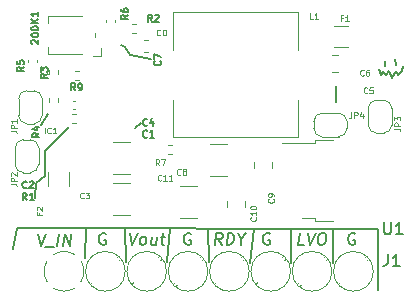
<source format=gbr>
%TF.GenerationSoftware,KiCad,Pcbnew,6.0.11+dfsg-1~bpo11+1*%
%TF.CreationDate,2023-09-12T21:09:00-05:00*%
%TF.ProjectId,Gauntl33tVoltageRegulator,4761756e-746c-4333-9374-566f6c746167,rev?*%
%TF.SameCoordinates,Original*%
%TF.FileFunction,Legend,Top*%
%TF.FilePolarity,Positive*%
%FSLAX46Y46*%
G04 Gerber Fmt 4.6, Leading zero omitted, Abs format (unit mm)*
G04 Created by KiCad (PCBNEW 6.0.11+dfsg-1~bpo11+1) date 2023-09-12 21:09:00*
%MOMM*%
%LPD*%
G01*
G04 APERTURE LIST*
%ADD10C,0.150000*%
%ADD11C,0.125000*%
%ADD12C,0.120000*%
%ADD13C,0.200000*%
G04 APERTURE END LIST*
D10*
X119700000Y-121400000D02*
X119600000Y-122700000D01*
X120400000Y-120800000D02*
X119700000Y-121400000D01*
X120400000Y-118700000D02*
X120400000Y-120800000D01*
X128600000Y-116300000D02*
X128100000Y-116800000D01*
X120400000Y-118700000D02*
X122500000Y-116700000D01*
X120100000Y-116500000D02*
X120700000Y-115600000D01*
X150050000Y-110900000D02*
X150150000Y-111400000D01*
X144800000Y-125300000D02*
X144800000Y-128200000D01*
X148600000Y-125300000D02*
X118100000Y-125200000D01*
X149350000Y-112300000D02*
X149550000Y-111900000D01*
X141300000Y-125300000D02*
X141300000Y-128200000D01*
X123900000Y-125200000D02*
X123800000Y-127800000D01*
X149850000Y-112500000D02*
X150150000Y-111900000D01*
X148750000Y-111800000D02*
X148850000Y-112300000D01*
X127600000Y-110600000D02*
X127200000Y-109900000D01*
X148850000Y-112300000D02*
X149050000Y-112000000D01*
X149550000Y-111900000D02*
X149850000Y-112500000D01*
X138100000Y-125300000D02*
X137800000Y-128200000D01*
X129400000Y-110900000D02*
X127600000Y-110600000D01*
X150650000Y-111900000D02*
X150750000Y-111500000D01*
X118100000Y-125200000D02*
X117700000Y-127000000D01*
X131000000Y-125200000D02*
X130800000Y-128100000D01*
X127200000Y-125200000D02*
X127300000Y-128100000D01*
X149250000Y-111100000D02*
X149250000Y-111500000D01*
X149050000Y-112000000D02*
X149350000Y-112300000D01*
X134200000Y-125200001D02*
X134300000Y-128100000D01*
X148600000Y-125300000D02*
X148600000Y-130500000D01*
X127200000Y-109900000D02*
X126900000Y-109700000D01*
X150150000Y-111900000D02*
X150350000Y-112300000D01*
X150350000Y-112300000D02*
X150650000Y-111900000D01*
X125561904Y-125700000D02*
X125466666Y-125652380D01*
X125323809Y-125652380D01*
X125180952Y-125700000D01*
X125085714Y-125795238D01*
X125038095Y-125890476D01*
X124990476Y-126080952D01*
X124990476Y-126223809D01*
X125038095Y-126414285D01*
X125085714Y-126509523D01*
X125180952Y-126604761D01*
X125323809Y-126652380D01*
X125419047Y-126652380D01*
X125561904Y-126604761D01*
X125609523Y-126557142D01*
X125609523Y-126223809D01*
X125419047Y-126223809D01*
X139461904Y-125700000D02*
X139366666Y-125652380D01*
X139223809Y-125652380D01*
X139080952Y-125700000D01*
X138985714Y-125795238D01*
X138938095Y-125890476D01*
X138890476Y-126080952D01*
X138890476Y-126223809D01*
X138938095Y-126414285D01*
X138985714Y-126509523D01*
X139080952Y-126604761D01*
X139223809Y-126652380D01*
X139319047Y-126652380D01*
X139461904Y-126604761D01*
X139509523Y-126557142D01*
X139509523Y-126223809D01*
X139319047Y-126223809D01*
X135386279Y-126652380D02*
X135112470Y-126176190D01*
X134814851Y-126652380D02*
X134939851Y-125652380D01*
X135320803Y-125652380D01*
X135410089Y-125700000D01*
X135451755Y-125747619D01*
X135487470Y-125842857D01*
X135469613Y-125985714D01*
X135410089Y-126080952D01*
X135356517Y-126128571D01*
X135255327Y-126176190D01*
X134874375Y-126176190D01*
X135814851Y-126652380D02*
X135939851Y-125652380D01*
X136177946Y-125652380D01*
X136314851Y-125700000D01*
X136398184Y-125795238D01*
X136433898Y-125890476D01*
X136457708Y-126080952D01*
X136439851Y-126223809D01*
X136368422Y-126414285D01*
X136308898Y-126509523D01*
X136201755Y-126604761D01*
X136052946Y-126652380D01*
X135814851Y-126652380D01*
X137064851Y-126176190D02*
X137005327Y-126652380D01*
X136796994Y-125652380D02*
X137064851Y-126176190D01*
X137463660Y-125652380D01*
X146661904Y-125700000D02*
X146566666Y-125652380D01*
X146423809Y-125652380D01*
X146280952Y-125700000D01*
X146185714Y-125795238D01*
X146138095Y-125890476D01*
X146090476Y-126080952D01*
X146090476Y-126223809D01*
X146138095Y-126414285D01*
X146185714Y-126509523D01*
X146280952Y-126604761D01*
X146423809Y-126652380D01*
X146519047Y-126652380D01*
X146661904Y-126604761D01*
X146709523Y-126557142D01*
X146709523Y-126223809D01*
X146519047Y-126223809D01*
X127606517Y-125652380D02*
X127814851Y-126652380D01*
X128273184Y-125652380D01*
X128624375Y-126652380D02*
X128535089Y-126604761D01*
X128493422Y-126557142D01*
X128457708Y-126461904D01*
X128493422Y-126176190D01*
X128552946Y-126080952D01*
X128606517Y-126033333D01*
X128707708Y-125985714D01*
X128850565Y-125985714D01*
X128939851Y-126033333D01*
X128981517Y-126080952D01*
X129017232Y-126176190D01*
X128981517Y-126461904D01*
X128921994Y-126557142D01*
X128868422Y-126604761D01*
X128767232Y-126652380D01*
X128624375Y-126652380D01*
X129898184Y-125985714D02*
X129814851Y-126652380D01*
X129469613Y-125985714D02*
X129404136Y-126509523D01*
X129439851Y-126604761D01*
X129529136Y-126652380D01*
X129671994Y-126652380D01*
X129773184Y-126604761D01*
X129826755Y-126557142D01*
X130231517Y-125985714D02*
X130612470Y-125985714D01*
X130416041Y-125652380D02*
X130308898Y-126509523D01*
X130344613Y-126604761D01*
X130433898Y-126652380D01*
X130529136Y-126652380D01*
X132761904Y-125700000D02*
X132666666Y-125652380D01*
X132523809Y-125652380D01*
X132380952Y-125700000D01*
X132285714Y-125795238D01*
X132238095Y-125890476D01*
X132190476Y-126080952D01*
X132190476Y-126223809D01*
X132238095Y-126414285D01*
X132285714Y-126509523D01*
X132380952Y-126604761D01*
X132523809Y-126652380D01*
X132619047Y-126652380D01*
X132761904Y-126604761D01*
X132809523Y-126557142D01*
X132809523Y-126223809D01*
X132619047Y-126223809D01*
X119854136Y-125752380D02*
X120062470Y-126752380D01*
X120520803Y-125752380D01*
X120479136Y-126847619D02*
X121241041Y-126847619D01*
X121491041Y-126752380D02*
X121616041Y-125752380D01*
X121967232Y-126752380D02*
X122092232Y-125752380D01*
X122538660Y-126752380D01*
X122663660Y-125752380D01*
X142362470Y-126647380D02*
X141886279Y-126647380D01*
X142011279Y-125647380D01*
X142677946Y-125647380D02*
X142886279Y-126647380D01*
X143344613Y-125647380D01*
X143868422Y-125647380D02*
X144058898Y-125647380D01*
X144148184Y-125695000D01*
X144231517Y-125790238D01*
X144255327Y-125980714D01*
X144213660Y-126314047D01*
X144142232Y-126504523D01*
X144035089Y-126599761D01*
X143933898Y-126647380D01*
X143743422Y-126647380D01*
X143654136Y-126599761D01*
X143570803Y-126504523D01*
X143546994Y-126314047D01*
X143588660Y-125980714D01*
X143660089Y-125790238D01*
X143767232Y-125695000D01*
X143868422Y-125647380D01*
D11*
%TO.C,JP4*%
X146383333Y-115426190D02*
X146383333Y-115783333D01*
X146359523Y-115854761D01*
X146311904Y-115902380D01*
X146240476Y-115926190D01*
X146192857Y-115926190D01*
X146621428Y-115926190D02*
X146621428Y-115426190D01*
X146811904Y-115426190D01*
X146859523Y-115450000D01*
X146883333Y-115473809D01*
X146907142Y-115521428D01*
X146907142Y-115592857D01*
X146883333Y-115640476D01*
X146859523Y-115664285D01*
X146811904Y-115688095D01*
X146621428Y-115688095D01*
X147335714Y-115592857D02*
X147335714Y-115926190D01*
X147216666Y-115402380D02*
X147097619Y-115759523D01*
X147407142Y-115759523D01*
%TO.C,JP3*%
X150026190Y-116816666D02*
X150383333Y-116816666D01*
X150454761Y-116840476D01*
X150502380Y-116888095D01*
X150526190Y-116959523D01*
X150526190Y-117007142D01*
X150526190Y-116578571D02*
X150026190Y-116578571D01*
X150026190Y-116388095D01*
X150050000Y-116340476D01*
X150073809Y-116316666D01*
X150121428Y-116292857D01*
X150192857Y-116292857D01*
X150240476Y-116316666D01*
X150264285Y-116340476D01*
X150288095Y-116388095D01*
X150288095Y-116578571D01*
X150026190Y-116126190D02*
X150026190Y-115816666D01*
X150216666Y-115983333D01*
X150216666Y-115911904D01*
X150240476Y-115864285D01*
X150264285Y-115840476D01*
X150311904Y-115816666D01*
X150430952Y-115816666D01*
X150478571Y-115840476D01*
X150502380Y-115864285D01*
X150526190Y-115911904D01*
X150526190Y-116054761D01*
X150502380Y-116102380D01*
X150478571Y-116126190D01*
%TO.C,JP2*%
X117526190Y-121516666D02*
X117883333Y-121516666D01*
X117954761Y-121540476D01*
X118002380Y-121588095D01*
X118026190Y-121659523D01*
X118026190Y-121707142D01*
X118026190Y-121278571D02*
X117526190Y-121278571D01*
X117526190Y-121088095D01*
X117550000Y-121040476D01*
X117573809Y-121016666D01*
X117621428Y-120992857D01*
X117692857Y-120992857D01*
X117740476Y-121016666D01*
X117764285Y-121040476D01*
X117788095Y-121088095D01*
X117788095Y-121278571D01*
X117573809Y-120802380D02*
X117550000Y-120778571D01*
X117526190Y-120730952D01*
X117526190Y-120611904D01*
X117550000Y-120564285D01*
X117573809Y-120540476D01*
X117621428Y-120516666D01*
X117669047Y-120516666D01*
X117740476Y-120540476D01*
X118026190Y-120826190D01*
X118026190Y-120516666D01*
%TO.C,JP1*%
X117526190Y-117016666D02*
X117883333Y-117016666D01*
X117954761Y-117040476D01*
X118002380Y-117088095D01*
X118026190Y-117159523D01*
X118026190Y-117207142D01*
X118026190Y-116778571D02*
X117526190Y-116778571D01*
X117526190Y-116588095D01*
X117550000Y-116540476D01*
X117573809Y-116516666D01*
X117621428Y-116492857D01*
X117692857Y-116492857D01*
X117740476Y-116516666D01*
X117764285Y-116540476D01*
X117788095Y-116588095D01*
X117788095Y-116778571D01*
X118026190Y-116016666D02*
X118026190Y-116302380D01*
X118026190Y-116159523D02*
X117526190Y-116159523D01*
X117597619Y-116207142D01*
X117645238Y-116254761D01*
X117669047Y-116302380D01*
%TO.C,L1*%
X143116666Y-107526190D02*
X142878571Y-107526190D01*
X142878571Y-107026190D01*
X143545238Y-107526190D02*
X143259523Y-107526190D01*
X143402380Y-107526190D02*
X143402380Y-107026190D01*
X143354761Y-107097619D01*
X143307142Y-107145238D01*
X143259523Y-107169047D01*
D10*
%TO.C,C1*%
X129100000Y-117514285D02*
X129071428Y-117542857D01*
X128985714Y-117571428D01*
X128928571Y-117571428D01*
X128842857Y-117542857D01*
X128785714Y-117485714D01*
X128757142Y-117428571D01*
X128728571Y-117314285D01*
X128728571Y-117228571D01*
X128757142Y-117114285D01*
X128785714Y-117057142D01*
X128842857Y-117000000D01*
X128928571Y-116971428D01*
X128985714Y-116971428D01*
X129071428Y-117000000D01*
X129100000Y-117028571D01*
X129671428Y-117571428D02*
X129328571Y-117571428D01*
X129500000Y-117571428D02*
X129500000Y-116971428D01*
X129442857Y-117057142D01*
X129385714Y-117114285D01*
X129328571Y-117142857D01*
D11*
%TO.C,C11*%
X130278571Y-121178571D02*
X130254761Y-121202380D01*
X130183333Y-121226190D01*
X130135714Y-121226190D01*
X130064285Y-121202380D01*
X130016666Y-121154761D01*
X129992857Y-121107142D01*
X129969047Y-121011904D01*
X129969047Y-120940476D01*
X129992857Y-120845238D01*
X130016666Y-120797619D01*
X130064285Y-120750000D01*
X130135714Y-120726190D01*
X130183333Y-120726190D01*
X130254761Y-120750000D01*
X130278571Y-120773809D01*
X130754761Y-121226190D02*
X130469047Y-121226190D01*
X130611904Y-121226190D02*
X130611904Y-120726190D01*
X130564285Y-120797619D01*
X130516666Y-120845238D01*
X130469047Y-120869047D01*
X131230952Y-121226190D02*
X130945238Y-121226190D01*
X131088095Y-121226190D02*
X131088095Y-120726190D01*
X131040476Y-120797619D01*
X130992857Y-120845238D01*
X130945238Y-120869047D01*
%TO.C,R7*%
X130116666Y-119926190D02*
X129950000Y-119688095D01*
X129830952Y-119926190D02*
X129830952Y-119426190D01*
X130021428Y-119426190D01*
X130069047Y-119450000D01*
X130092857Y-119473809D01*
X130116666Y-119521428D01*
X130116666Y-119592857D01*
X130092857Y-119640476D01*
X130069047Y-119664285D01*
X130021428Y-119688095D01*
X129830952Y-119688095D01*
X130283333Y-119426190D02*
X130616666Y-119426190D01*
X130402380Y-119926190D01*
%TO.C,F2*%
X119964285Y-123966666D02*
X119964285Y-124133333D01*
X120226190Y-124133333D02*
X119726190Y-124133333D01*
X119726190Y-123895238D01*
X119773809Y-123728571D02*
X119750000Y-123704761D01*
X119726190Y-123657142D01*
X119726190Y-123538095D01*
X119750000Y-123490476D01*
X119773809Y-123466666D01*
X119821428Y-123442857D01*
X119869047Y-123442857D01*
X119940476Y-123466666D01*
X120226190Y-123752380D01*
X120226190Y-123442857D01*
%TO.C,IC1*%
X120411904Y-117226190D02*
X120411904Y-116726190D01*
X120935714Y-117178571D02*
X120911904Y-117202380D01*
X120840476Y-117226190D01*
X120792857Y-117226190D01*
X120721428Y-117202380D01*
X120673809Y-117154761D01*
X120650000Y-117107142D01*
X120626190Y-117011904D01*
X120626190Y-116940476D01*
X120650000Y-116845238D01*
X120673809Y-116797619D01*
X120721428Y-116750000D01*
X120792857Y-116726190D01*
X120840476Y-116726190D01*
X120911904Y-116750000D01*
X120935714Y-116773809D01*
X121411904Y-117226190D02*
X121126190Y-117226190D01*
X121269047Y-117226190D02*
X121269047Y-116726190D01*
X121221428Y-116797619D01*
X121173809Y-116845238D01*
X121126190Y-116869047D01*
%TO.C,C0*%
X130216666Y-108878571D02*
X130192857Y-108902380D01*
X130121428Y-108926190D01*
X130073809Y-108926190D01*
X130002380Y-108902380D01*
X129954761Y-108854761D01*
X129930952Y-108807142D01*
X129907142Y-108711904D01*
X129907142Y-108640476D01*
X129930952Y-108545238D01*
X129954761Y-108497619D01*
X130002380Y-108450000D01*
X130073809Y-108426190D01*
X130121428Y-108426190D01*
X130192857Y-108450000D01*
X130216666Y-108473809D01*
X130526190Y-108426190D02*
X130573809Y-108426190D01*
X130621428Y-108450000D01*
X130645238Y-108473809D01*
X130669047Y-108521428D01*
X130692857Y-108616666D01*
X130692857Y-108735714D01*
X130669047Y-108830952D01*
X130645238Y-108878571D01*
X130621428Y-108902380D01*
X130573809Y-108926190D01*
X130526190Y-108926190D01*
X130478571Y-108902380D01*
X130454761Y-108878571D01*
X130430952Y-108830952D01*
X130407142Y-108735714D01*
X130407142Y-108616666D01*
X130430952Y-108521428D01*
X130454761Y-108473809D01*
X130478571Y-108450000D01*
X130526190Y-108426190D01*
D10*
%TO.C,R3*%
X120671428Y-112200000D02*
X120385714Y-112400000D01*
X120671428Y-112542857D02*
X120071428Y-112542857D01*
X120071428Y-112314285D01*
X120100000Y-112257142D01*
X120128571Y-112228571D01*
X120185714Y-112200000D01*
X120271428Y-112200000D01*
X120328571Y-112228571D01*
X120357142Y-112257142D01*
X120385714Y-112314285D01*
X120385714Y-112542857D01*
X120071428Y-112000000D02*
X120071428Y-111628571D01*
X120300000Y-111828571D01*
X120300000Y-111742857D01*
X120328571Y-111685714D01*
X120357142Y-111657142D01*
X120414285Y-111628571D01*
X120557142Y-111628571D01*
X120614285Y-111657142D01*
X120642857Y-111685714D01*
X120671428Y-111742857D01*
X120671428Y-111914285D01*
X120642857Y-111971428D01*
X120614285Y-112000000D01*
%TO.C,R1*%
X118900000Y-122871428D02*
X118700000Y-122585714D01*
X118557142Y-122871428D02*
X118557142Y-122271428D01*
X118785714Y-122271428D01*
X118842857Y-122300000D01*
X118871428Y-122328571D01*
X118900000Y-122385714D01*
X118900000Y-122471428D01*
X118871428Y-122528571D01*
X118842857Y-122557142D01*
X118785714Y-122585714D01*
X118557142Y-122585714D01*
X119471428Y-122871428D02*
X119128571Y-122871428D01*
X119300000Y-122871428D02*
X119300000Y-122271428D01*
X119242857Y-122357142D01*
X119185714Y-122414285D01*
X119128571Y-122442857D01*
%TO.C,U1*%
X149138095Y-124752380D02*
X149138095Y-125561904D01*
X149185714Y-125657142D01*
X149233333Y-125704761D01*
X149328571Y-125752380D01*
X149519047Y-125752380D01*
X149614285Y-125704761D01*
X149661904Y-125657142D01*
X149709523Y-125561904D01*
X149709523Y-124752380D01*
X150709523Y-125752380D02*
X150138095Y-125752380D01*
X150423809Y-125752380D02*
X150423809Y-124752380D01*
X150328571Y-124895238D01*
X150233333Y-124990476D01*
X150138095Y-125038095D01*
%TO.C,J1*%
X149466666Y-127452380D02*
X149466666Y-128166666D01*
X149419047Y-128309523D01*
X149323809Y-128404761D01*
X149180952Y-128452380D01*
X149085714Y-128452380D01*
X150466666Y-128452380D02*
X149895238Y-128452380D01*
X150180952Y-128452380D02*
X150180952Y-127452380D01*
X150085714Y-127595238D01*
X149990476Y-127690476D01*
X149895238Y-127738095D01*
D11*
%TO.C,C3*%
X123716666Y-122678571D02*
X123692857Y-122702380D01*
X123621428Y-122726190D01*
X123573809Y-122726190D01*
X123502380Y-122702380D01*
X123454761Y-122654761D01*
X123430952Y-122607142D01*
X123407142Y-122511904D01*
X123407142Y-122440476D01*
X123430952Y-122345238D01*
X123454761Y-122297619D01*
X123502380Y-122250000D01*
X123573809Y-122226190D01*
X123621428Y-122226190D01*
X123692857Y-122250000D01*
X123716666Y-122273809D01*
X123883333Y-122226190D02*
X124192857Y-122226190D01*
X124026190Y-122416666D01*
X124097619Y-122416666D01*
X124145238Y-122440476D01*
X124169047Y-122464285D01*
X124192857Y-122511904D01*
X124192857Y-122630952D01*
X124169047Y-122678571D01*
X124145238Y-122702380D01*
X124097619Y-122726190D01*
X123954761Y-122726190D01*
X123907142Y-122702380D01*
X123883333Y-122678571D01*
D10*
%TO.C,200K1*%
X119328571Y-109628571D02*
X119300000Y-109600000D01*
X119271428Y-109542857D01*
X119271428Y-109400000D01*
X119300000Y-109342857D01*
X119328571Y-109314285D01*
X119385714Y-109285714D01*
X119442857Y-109285714D01*
X119528571Y-109314285D01*
X119871428Y-109657142D01*
X119871428Y-109285714D01*
X119271428Y-108914285D02*
X119271428Y-108857142D01*
X119300000Y-108800000D01*
X119328571Y-108771428D01*
X119385714Y-108742857D01*
X119500000Y-108714285D01*
X119642857Y-108714285D01*
X119757142Y-108742857D01*
X119814285Y-108771428D01*
X119842857Y-108800000D01*
X119871428Y-108857142D01*
X119871428Y-108914285D01*
X119842857Y-108971428D01*
X119814285Y-109000000D01*
X119757142Y-109028571D01*
X119642857Y-109057142D01*
X119500000Y-109057142D01*
X119385714Y-109028571D01*
X119328571Y-109000000D01*
X119300000Y-108971428D01*
X119271428Y-108914285D01*
X119271428Y-108342857D02*
X119271428Y-108285714D01*
X119300000Y-108228571D01*
X119328571Y-108200000D01*
X119385714Y-108171428D01*
X119500000Y-108142857D01*
X119642857Y-108142857D01*
X119757142Y-108171428D01*
X119814285Y-108200000D01*
X119842857Y-108228571D01*
X119871428Y-108285714D01*
X119871428Y-108342857D01*
X119842857Y-108400000D01*
X119814285Y-108428571D01*
X119757142Y-108457142D01*
X119642857Y-108485714D01*
X119500000Y-108485714D01*
X119385714Y-108457142D01*
X119328571Y-108428571D01*
X119300000Y-108400000D01*
X119271428Y-108342857D01*
X119871428Y-107885714D02*
X119271428Y-107885714D01*
X119871428Y-107542857D02*
X119528571Y-107800000D01*
X119271428Y-107542857D02*
X119614285Y-107885714D01*
X119871428Y-106971428D02*
X119871428Y-107314285D01*
X119871428Y-107142857D02*
X119271428Y-107142857D01*
X119357142Y-107200000D01*
X119414285Y-107257142D01*
X119442857Y-107314285D01*
D11*
%TO.C,C8*%
X131916666Y-120678571D02*
X131892857Y-120702380D01*
X131821428Y-120726190D01*
X131773809Y-120726190D01*
X131702380Y-120702380D01*
X131654761Y-120654761D01*
X131630952Y-120607142D01*
X131607142Y-120511904D01*
X131607142Y-120440476D01*
X131630952Y-120345238D01*
X131654761Y-120297619D01*
X131702380Y-120250000D01*
X131773809Y-120226190D01*
X131821428Y-120226190D01*
X131892857Y-120250000D01*
X131916666Y-120273809D01*
X132202380Y-120440476D02*
X132154761Y-120416666D01*
X132130952Y-120392857D01*
X132107142Y-120345238D01*
X132107142Y-120321428D01*
X132130952Y-120273809D01*
X132154761Y-120250000D01*
X132202380Y-120226190D01*
X132297619Y-120226190D01*
X132345238Y-120250000D01*
X132369047Y-120273809D01*
X132392857Y-120321428D01*
X132392857Y-120345238D01*
X132369047Y-120392857D01*
X132345238Y-120416666D01*
X132297619Y-120440476D01*
X132202380Y-120440476D01*
X132154761Y-120464285D01*
X132130952Y-120488095D01*
X132107142Y-120535714D01*
X132107142Y-120630952D01*
X132130952Y-120678571D01*
X132154761Y-120702380D01*
X132202380Y-120726190D01*
X132297619Y-120726190D01*
X132345238Y-120702380D01*
X132369047Y-120678571D01*
X132392857Y-120630952D01*
X132392857Y-120535714D01*
X132369047Y-120488095D01*
X132345238Y-120464285D01*
X132297619Y-120440476D01*
D10*
%TO.C,R2*%
X129500000Y-107771428D02*
X129300000Y-107485714D01*
X129157142Y-107771428D02*
X129157142Y-107171428D01*
X129385714Y-107171428D01*
X129442857Y-107200000D01*
X129471428Y-107228571D01*
X129500000Y-107285714D01*
X129500000Y-107371428D01*
X129471428Y-107428571D01*
X129442857Y-107457142D01*
X129385714Y-107485714D01*
X129157142Y-107485714D01*
X129728571Y-107228571D02*
X129757142Y-107200000D01*
X129814285Y-107171428D01*
X129957142Y-107171428D01*
X130014285Y-107200000D01*
X130042857Y-107228571D01*
X130071428Y-107285714D01*
X130071428Y-107342857D01*
X130042857Y-107428571D01*
X129700000Y-107771428D01*
X130071428Y-107771428D01*
%TO.C,R4*%
X119971428Y-117200000D02*
X119685714Y-117400000D01*
X119971428Y-117542857D02*
X119371428Y-117542857D01*
X119371428Y-117314285D01*
X119400000Y-117257142D01*
X119428571Y-117228571D01*
X119485714Y-117200000D01*
X119571428Y-117200000D01*
X119628571Y-117228571D01*
X119657142Y-117257142D01*
X119685714Y-117314285D01*
X119685714Y-117542857D01*
X119571428Y-116685714D02*
X119971428Y-116685714D01*
X119342857Y-116828571D02*
X119771428Y-116971428D01*
X119771428Y-116600000D01*
%TO.C,C2*%
X118900000Y-121814285D02*
X118871428Y-121842857D01*
X118785714Y-121871428D01*
X118728571Y-121871428D01*
X118642857Y-121842857D01*
X118585714Y-121785714D01*
X118557142Y-121728571D01*
X118528571Y-121614285D01*
X118528571Y-121528571D01*
X118557142Y-121414285D01*
X118585714Y-121357142D01*
X118642857Y-121300000D01*
X118728571Y-121271428D01*
X118785714Y-121271428D01*
X118871428Y-121300000D01*
X118900000Y-121328571D01*
X119128571Y-121328571D02*
X119157142Y-121300000D01*
X119214285Y-121271428D01*
X119357142Y-121271428D01*
X119414285Y-121300000D01*
X119442857Y-121328571D01*
X119471428Y-121385714D01*
X119471428Y-121442857D01*
X119442857Y-121528571D01*
X119100000Y-121871428D01*
X119471428Y-121871428D01*
%TO.C,C4*%
X129100000Y-116514285D02*
X129071428Y-116542857D01*
X128985714Y-116571428D01*
X128928571Y-116571428D01*
X128842857Y-116542857D01*
X128785714Y-116485714D01*
X128757142Y-116428571D01*
X128728571Y-116314285D01*
X128728571Y-116228571D01*
X128757142Y-116114285D01*
X128785714Y-116057142D01*
X128842857Y-116000000D01*
X128928571Y-115971428D01*
X128985714Y-115971428D01*
X129071428Y-116000000D01*
X129100000Y-116028571D01*
X129614285Y-116171428D02*
X129614285Y-116571428D01*
X129471428Y-115942857D02*
X129328571Y-116371428D01*
X129700000Y-116371428D01*
D11*
%TO.C,C6*%
X147416666Y-112278571D02*
X147392857Y-112302380D01*
X147321428Y-112326190D01*
X147273809Y-112326190D01*
X147202380Y-112302380D01*
X147154761Y-112254761D01*
X147130952Y-112207142D01*
X147107142Y-112111904D01*
X147107142Y-112040476D01*
X147130952Y-111945238D01*
X147154761Y-111897619D01*
X147202380Y-111850000D01*
X147273809Y-111826190D01*
X147321428Y-111826190D01*
X147392857Y-111850000D01*
X147416666Y-111873809D01*
X147845238Y-111826190D02*
X147750000Y-111826190D01*
X147702380Y-111850000D01*
X147678571Y-111873809D01*
X147630952Y-111945238D01*
X147607142Y-112040476D01*
X147607142Y-112230952D01*
X147630952Y-112278571D01*
X147654761Y-112302380D01*
X147702380Y-112326190D01*
X147797619Y-112326190D01*
X147845238Y-112302380D01*
X147869047Y-112278571D01*
X147892857Y-112230952D01*
X147892857Y-112111904D01*
X147869047Y-112064285D01*
X147845238Y-112040476D01*
X147797619Y-112016666D01*
X147702380Y-112016666D01*
X147654761Y-112040476D01*
X147630952Y-112064285D01*
X147607142Y-112111904D01*
%TO.C,C9*%
X139778571Y-122783333D02*
X139802380Y-122807142D01*
X139826190Y-122878571D01*
X139826190Y-122926190D01*
X139802380Y-122997619D01*
X139754761Y-123045238D01*
X139707142Y-123069047D01*
X139611904Y-123092857D01*
X139540476Y-123092857D01*
X139445238Y-123069047D01*
X139397619Y-123045238D01*
X139350000Y-122997619D01*
X139326190Y-122926190D01*
X139326190Y-122878571D01*
X139350000Y-122807142D01*
X139373809Y-122783333D01*
X139826190Y-122545238D02*
X139826190Y-122450000D01*
X139802380Y-122402380D01*
X139778571Y-122378571D01*
X139707142Y-122330952D01*
X139611904Y-122307142D01*
X139421428Y-122307142D01*
X139373809Y-122330952D01*
X139350000Y-122354761D01*
X139326190Y-122402380D01*
X139326190Y-122497619D01*
X139350000Y-122545238D01*
X139373809Y-122569047D01*
X139421428Y-122592857D01*
X139540476Y-122592857D01*
X139588095Y-122569047D01*
X139611904Y-122545238D01*
X139635714Y-122497619D01*
X139635714Y-122402380D01*
X139611904Y-122354761D01*
X139588095Y-122330952D01*
X139540476Y-122307142D01*
%TO.C,F1*%
X145633333Y-107464285D02*
X145466666Y-107464285D01*
X145466666Y-107726190D02*
X145466666Y-107226190D01*
X145704761Y-107226190D01*
X146157142Y-107726190D02*
X145871428Y-107726190D01*
X146014285Y-107726190D02*
X146014285Y-107226190D01*
X145966666Y-107297619D01*
X145919047Y-107345238D01*
X145871428Y-107369047D01*
D10*
%TO.C,R9*%
X123000000Y-113571428D02*
X122800000Y-113285714D01*
X122657142Y-113571428D02*
X122657142Y-112971428D01*
X122885714Y-112971428D01*
X122942857Y-113000000D01*
X122971428Y-113028571D01*
X123000000Y-113085714D01*
X123000000Y-113171428D01*
X122971428Y-113228571D01*
X122942857Y-113257142D01*
X122885714Y-113285714D01*
X122657142Y-113285714D01*
X123285714Y-113571428D02*
X123400000Y-113571428D01*
X123457142Y-113542857D01*
X123485714Y-113514285D01*
X123542857Y-113428571D01*
X123571428Y-113314285D01*
X123571428Y-113085714D01*
X123542857Y-113028571D01*
X123514285Y-113000000D01*
X123457142Y-112971428D01*
X123342857Y-112971428D01*
X123285714Y-113000000D01*
X123257142Y-113028571D01*
X123228571Y-113085714D01*
X123228571Y-113228571D01*
X123257142Y-113285714D01*
X123285714Y-113314285D01*
X123342857Y-113342857D01*
X123457142Y-113342857D01*
X123514285Y-113314285D01*
X123542857Y-113285714D01*
X123571428Y-113228571D01*
D11*
%TO.C,C5*%
X147716666Y-113778571D02*
X147692857Y-113802380D01*
X147621428Y-113826190D01*
X147573809Y-113826190D01*
X147502380Y-113802380D01*
X147454761Y-113754761D01*
X147430952Y-113707142D01*
X147407142Y-113611904D01*
X147407142Y-113540476D01*
X147430952Y-113445238D01*
X147454761Y-113397619D01*
X147502380Y-113350000D01*
X147573809Y-113326190D01*
X147621428Y-113326190D01*
X147692857Y-113350000D01*
X147716666Y-113373809D01*
X148169047Y-113326190D02*
X147930952Y-113326190D01*
X147907142Y-113564285D01*
X147930952Y-113540476D01*
X147978571Y-113516666D01*
X148097619Y-113516666D01*
X148145238Y-113540476D01*
X148169047Y-113564285D01*
X148192857Y-113611904D01*
X148192857Y-113730952D01*
X148169047Y-113778571D01*
X148145238Y-113802380D01*
X148097619Y-113826190D01*
X147978571Y-113826190D01*
X147930952Y-113802380D01*
X147907142Y-113778571D01*
D10*
%TO.C,C7*%
X130214285Y-111100000D02*
X130242857Y-111128571D01*
X130271428Y-111214285D01*
X130271428Y-111271428D01*
X130242857Y-111357142D01*
X130185714Y-111414285D01*
X130128571Y-111442857D01*
X130014285Y-111471428D01*
X129928571Y-111471428D01*
X129814285Y-111442857D01*
X129757142Y-111414285D01*
X129700000Y-111357142D01*
X129671428Y-111271428D01*
X129671428Y-111214285D01*
X129700000Y-111128571D01*
X129728571Y-111100000D01*
X129671428Y-110900000D02*
X129671428Y-110500000D01*
X130271428Y-110757142D01*
%TO.C,R5*%
X118671428Y-111600000D02*
X118385714Y-111800000D01*
X118671428Y-111942857D02*
X118071428Y-111942857D01*
X118071428Y-111714285D01*
X118100000Y-111657142D01*
X118128571Y-111628571D01*
X118185714Y-111600000D01*
X118271428Y-111600000D01*
X118328571Y-111628571D01*
X118357142Y-111657142D01*
X118385714Y-111714285D01*
X118385714Y-111942857D01*
X118071428Y-111057142D02*
X118071428Y-111342857D01*
X118357142Y-111371428D01*
X118328571Y-111342857D01*
X118300000Y-111285714D01*
X118300000Y-111142857D01*
X118328571Y-111085714D01*
X118357142Y-111057142D01*
X118414285Y-111028571D01*
X118557142Y-111028571D01*
X118614285Y-111057142D01*
X118642857Y-111085714D01*
X118671428Y-111142857D01*
X118671428Y-111285714D01*
X118642857Y-111342857D01*
X118614285Y-111371428D01*
%TO.C,R6*%
X127471428Y-107200000D02*
X127185714Y-107400000D01*
X127471428Y-107542857D02*
X126871428Y-107542857D01*
X126871428Y-107314285D01*
X126900000Y-107257142D01*
X126928571Y-107228571D01*
X126985714Y-107200000D01*
X127071428Y-107200000D01*
X127128571Y-107228571D01*
X127157142Y-107257142D01*
X127185714Y-107314285D01*
X127185714Y-107542857D01*
X126871428Y-106685714D02*
X126871428Y-106800000D01*
X126900000Y-106857142D01*
X126928571Y-106885714D01*
X127014285Y-106942857D01*
X127128571Y-106971428D01*
X127357142Y-106971428D01*
X127414285Y-106942857D01*
X127442857Y-106914285D01*
X127471428Y-106857142D01*
X127471428Y-106742857D01*
X127442857Y-106685714D01*
X127414285Y-106657142D01*
X127357142Y-106628571D01*
X127214285Y-106628571D01*
X127157142Y-106657142D01*
X127128571Y-106685714D01*
X127100000Y-106742857D01*
X127100000Y-106857142D01*
X127128571Y-106914285D01*
X127157142Y-106942857D01*
X127214285Y-106971428D01*
D11*
%TO.C,C10*%
X138278571Y-124321428D02*
X138302380Y-124345238D01*
X138326190Y-124416666D01*
X138326190Y-124464285D01*
X138302380Y-124535714D01*
X138254761Y-124583333D01*
X138207142Y-124607142D01*
X138111904Y-124630952D01*
X138040476Y-124630952D01*
X137945238Y-124607142D01*
X137897619Y-124583333D01*
X137850000Y-124535714D01*
X137826190Y-124464285D01*
X137826190Y-124416666D01*
X137850000Y-124345238D01*
X137873809Y-124321428D01*
X138326190Y-123845238D02*
X138326190Y-124130952D01*
X138326190Y-123988095D02*
X137826190Y-123988095D01*
X137897619Y-124035714D01*
X137945238Y-124083333D01*
X137969047Y-124130952D01*
X137826190Y-123535714D02*
X137826190Y-123488095D01*
X137850000Y-123440476D01*
X137873809Y-123416666D01*
X137921428Y-123392857D01*
X138016666Y-123369047D01*
X138135714Y-123369047D01*
X138230952Y-123392857D01*
X138278571Y-123416666D01*
X138302380Y-123440476D01*
X138326190Y-123488095D01*
X138326190Y-123535714D01*
X138302380Y-123583333D01*
X138278571Y-123607142D01*
X138230952Y-123630952D01*
X138135714Y-123654761D01*
X138016666Y-123654761D01*
X137921428Y-123630952D01*
X137873809Y-123607142D01*
X137850000Y-123583333D01*
X137826190Y-123535714D01*
D12*
%TO.C,JP4*%
X143900000Y-115500000D02*
X145300000Y-115500000D01*
X145300000Y-117500000D02*
X143900000Y-117500000D01*
X146000000Y-116200000D02*
X146000000Y-116800000D01*
X143200000Y-116800000D02*
X143200000Y-116200000D01*
X146000000Y-116200000D02*
G75*
G03*
X145300000Y-115500000I-700000J0D01*
G01*
X143900000Y-115500000D02*
G75*
G03*
X143200000Y-116200000I-1J-699999D01*
G01*
X143200000Y-116800000D02*
G75*
G03*
X143900000Y-117500000I699999J-1D01*
G01*
X145300000Y-117500000D02*
G75*
G03*
X146000000Y-116800000I0J700000D01*
G01*
%TO.C,JP3*%
X149800000Y-115100000D02*
X149800000Y-116500000D01*
X147800000Y-116500000D02*
X147800000Y-115100000D01*
X149100000Y-117200000D02*
X148500000Y-117200000D01*
X148500000Y-114400000D02*
X149100000Y-114400000D01*
X149100000Y-117200000D02*
G75*
G03*
X149800000Y-116500000I0J700000D01*
G01*
X149800000Y-115100000D02*
G75*
G03*
X149100000Y-114400000I-699999J1D01*
G01*
X148500000Y-114400000D02*
G75*
G03*
X147800000Y-115100000I-1J-699999D01*
G01*
X147800000Y-116500000D02*
G75*
G03*
X148500000Y-117200000I700000J0D01*
G01*
%TO.C,JP2*%
X119900000Y-118450000D02*
X119900000Y-119850000D01*
X117900000Y-119850000D02*
X117900000Y-118450000D01*
X119200000Y-120550000D02*
X118600000Y-120550000D01*
X118600000Y-117750000D02*
X119200000Y-117750000D01*
X119200000Y-120550000D02*
G75*
G03*
X119900000Y-119850000I0J700000D01*
G01*
X119900000Y-118450000D02*
G75*
G03*
X119200000Y-117750000I-699999J1D01*
G01*
X118600000Y-117750000D02*
G75*
G03*
X117900000Y-118450000I-1J-699999D01*
G01*
X117900000Y-119850000D02*
G75*
G03*
X118600000Y-120550000I700000J0D01*
G01*
%TO.C,JP1*%
X118200000Y-115700000D02*
X118200000Y-114300000D01*
X120200000Y-114300000D02*
X120200000Y-115700000D01*
X118900000Y-113600000D02*
X119500000Y-113600000D01*
X119500000Y-116400000D02*
X118900000Y-116400000D01*
X118900000Y-113600000D02*
G75*
G03*
X118200000Y-114300000I0J-700000D01*
G01*
X118200000Y-115700000D02*
G75*
G03*
X118900000Y-116400000I699999J-1D01*
G01*
X119500000Y-116400000D02*
G75*
G03*
X120200000Y-115700000I1J699999D01*
G01*
X120200000Y-114300000D02*
G75*
G03*
X119500000Y-113600000I-700000J0D01*
G01*
%TO.C,L1*%
X131300000Y-110160000D02*
X131300000Y-106960000D01*
X141900000Y-114360000D02*
X141900000Y-117560000D01*
X141900000Y-106960000D02*
X141900000Y-110160000D01*
X131300000Y-106960000D02*
X141900000Y-106960000D01*
X141900000Y-117560000D02*
X131300000Y-117560000D01*
X131300000Y-117560000D02*
X131300000Y-114360000D01*
%TO.C,C1*%
X126188748Y-117940000D02*
X127611252Y-117940000D01*
X126188748Y-120660000D02*
X127611252Y-120660000D01*
%TO.C,C11*%
X133311252Y-124360000D02*
X131888748Y-124360000D01*
X133311252Y-121640000D02*
X131888748Y-121640000D01*
%TO.C,R7*%
X130832379Y-118220000D02*
X131167621Y-118220000D01*
X130832379Y-118980000D02*
X131167621Y-118980000D01*
%TO.C,F2*%
X122510000Y-121702064D02*
X122510000Y-120497936D01*
X120690000Y-121702064D02*
X120690000Y-120497936D01*
%TO.C,C0*%
X129146267Y-109350000D02*
X128853733Y-109350000D01*
X129146267Y-110370000D02*
X128853733Y-110370000D01*
%TO.C,R3*%
X121555000Y-112207621D02*
X121555000Y-111872379D01*
X120795000Y-112207621D02*
X120795000Y-111872379D01*
%TO.C,R1*%
X123067621Y-115620000D02*
X122732379Y-115620000D01*
X123067621Y-116380000D02*
X122732379Y-116380000D01*
%TO.C,U1*%
X143305000Y-118045000D02*
X140475000Y-118045000D01*
X143305000Y-124675000D02*
X143305000Y-124405000D01*
X144805000Y-117775000D02*
X143305000Y-117775000D01*
X143305000Y-117775000D02*
X143305000Y-118045000D01*
X143305000Y-124405000D02*
X142205000Y-124405000D01*
X144805000Y-124675000D02*
X143305000Y-124675000D01*
%TO.C,J1*%
X126620000Y-127625000D02*
X126526000Y-127719000D01*
X144325000Y-127831000D02*
X144196000Y-127959000D01*
X140825000Y-127831000D02*
X140696000Y-127959000D01*
X137325000Y-127831000D02*
X137196000Y-127959000D01*
X126825000Y-127831000D02*
X126696000Y-127959000D01*
X145575000Y-130081000D02*
X145481000Y-130174000D01*
X135075000Y-130081000D02*
X134981000Y-130174000D01*
X147825000Y-127831000D02*
X147696000Y-127959000D01*
X128075000Y-130081000D02*
X127981000Y-130174000D01*
X130120000Y-127625000D02*
X130026000Y-127719000D01*
X142075000Y-130081000D02*
X141981000Y-130174000D01*
X124575000Y-130081000D02*
X124481000Y-130174000D01*
X140620000Y-127625000D02*
X140526000Y-127719000D01*
X147620000Y-127625000D02*
X147526000Y-127719000D01*
X133825000Y-127831000D02*
X133696000Y-127959000D01*
X124405000Y-129841000D02*
X124276000Y-129969000D01*
X130325000Y-127831000D02*
X130196000Y-127959000D01*
X141905000Y-129841000D02*
X141776000Y-129969000D01*
X137120000Y-127625000D02*
X137026000Y-127719000D01*
X127905000Y-129841000D02*
X127776000Y-129969000D01*
X138575000Y-130081000D02*
X138481000Y-130174000D01*
X131575000Y-130081000D02*
X131481000Y-130174000D01*
X133620000Y-127625000D02*
X133526000Y-127719000D01*
X138405000Y-129841000D02*
X138276000Y-129969000D01*
X131405000Y-129841000D02*
X131276000Y-129969000D01*
X144120000Y-127625000D02*
X144026000Y-127719000D01*
X145405000Y-129841000D02*
X145276000Y-129969000D01*
X134905000Y-129841000D02*
X134776000Y-129969000D01*
X122916000Y-127459999D02*
G75*
G03*
X121160106Y-127474642I-866000J-1439999D01*
G01*
X123475000Y-129791000D02*
G75*
G03*
X123475504Y-128009807I-1425003J891000D01*
G01*
X120609999Y-128034000D02*
G75*
G03*
X120624642Y-129789894I1439999J-866000D01*
G01*
X121184000Y-130340000D02*
G75*
G03*
X122078674Y-130580099I866003J1440014D01*
G01*
X122050000Y-130580000D02*
G75*
G03*
X122940264Y-130324721I3J1679990D01*
G01*
X148230000Y-128900000D02*
G75*
G03*
X148230000Y-128900000I-1680000J0D01*
G01*
X137730000Y-128900000D02*
G75*
G03*
X137730000Y-128900000I-1680000J0D01*
G01*
X141230000Y-128900000D02*
G75*
G03*
X141230000Y-128900000I-1680000J0D01*
G01*
X134230000Y-128900000D02*
G75*
G03*
X134230000Y-128900000I-1680000J0D01*
G01*
X130730000Y-128900000D02*
G75*
G03*
X130730000Y-128900000I-1680000J0D01*
G01*
X144730000Y-128900000D02*
G75*
G03*
X144730000Y-128900000I-1680000J0D01*
G01*
X127230000Y-128900000D02*
G75*
G03*
X127230000Y-128900000I-1680000J0D01*
G01*
%TO.C,C3*%
X126188748Y-121440000D02*
X127611252Y-121440000D01*
X126188748Y-124160000D02*
X127611252Y-124160000D01*
%TO.C,200K1*%
X123600000Y-110500000D02*
X120700000Y-110500000D01*
X123600000Y-107300000D02*
X120700000Y-107300000D01*
X120700000Y-110500000D02*
X120700000Y-109900000D01*
X120700000Y-107300000D02*
X120700000Y-107900000D01*
X124700000Y-109100000D02*
X124700000Y-108700000D01*
X124500000Y-110700000D02*
X125200000Y-110700000D01*
X125200000Y-110700000D02*
X125200000Y-110000000D01*
%TO.C,C8*%
X135811252Y-118140000D02*
X134388748Y-118140000D01*
X135811252Y-120860000D02*
X134388748Y-120860000D01*
%TO.C,R2*%
X128132621Y-107952061D02*
X127797379Y-107952061D01*
X128132621Y-108712061D02*
X127797379Y-108712061D01*
%TO.C,R4*%
X121565000Y-114234879D02*
X121565000Y-114570121D01*
X120805000Y-114234879D02*
X120805000Y-114570121D01*
%TO.C,C2*%
X122784165Y-114440000D02*
X123015835Y-114440000D01*
X122784165Y-115160000D02*
X123015835Y-115160000D01*
%TO.C,C6*%
X144738748Y-112035000D02*
X145261252Y-112035000D01*
X144738748Y-110565000D02*
X145261252Y-110565000D01*
%TO.C,C9*%
X139635000Y-119638748D02*
X139635000Y-120161252D01*
X138165000Y-119638748D02*
X138165000Y-120161252D01*
%TO.C,F1*%
X146102064Y-108090000D02*
X144897936Y-108090000D01*
X146102064Y-109910000D02*
X144897936Y-109910000D01*
%TO.C,R9*%
X123292621Y-111900000D02*
X122957379Y-111900000D01*
X123292621Y-112660000D02*
X122957379Y-112660000D01*
D13*
%TO.C,C5*%
X145100000Y-114600000D02*
X145100000Y-113200000D01*
D12*
%TO.C,R5*%
X119040000Y-111215835D02*
X119040000Y-110984165D01*
X119760000Y-111215835D02*
X119760000Y-110984165D01*
%TO.C,R6*%
X125640000Y-107815835D02*
X125640000Y-107584165D01*
X126360000Y-107815835D02*
X126360000Y-107584165D01*
%TO.C,C10*%
X137335000Y-122938748D02*
X137335000Y-123461252D01*
X135865000Y-122938748D02*
X135865000Y-123461252D01*
%TD*%
M02*

</source>
